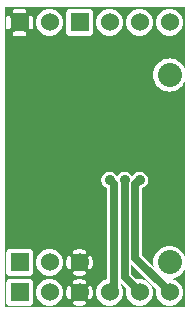
<source format=gbr>
G04 start of page 3 for group 1 idx 1 *
G04 Title: (unknown), signal (back) *
G04 Creator: pcb 20110918 *
G04 CreationDate: Wed Sep 11 23:18:10 2013 UTC *
G04 For: mokus *
G04 Format: Gerber/RS-274X *
G04 PCB-Dimensions: 60000 100000 *
G04 PCB-Coordinate-Origin: lower left *
%MOIN*%
%FSLAX25Y25*%
%LNBOTTOM*%
%ADD34C,0.0500*%
%ADD33C,0.0380*%
%ADD32C,0.0350*%
%ADD31C,0.0200*%
%ADD30C,0.0360*%
%ADD29C,0.0800*%
%ADD28C,0.0600*%
%ADD27C,0.0250*%
%ADD26C,0.0001*%
G54D26*G36*
X34993Y487D02*X35000Y486D01*
X35706Y542D01*
X36395Y707D01*
X37049Y978D01*
X37653Y1348D01*
X38192Y1808D01*
X38652Y2347D01*
X39022Y2951D01*
X39293Y3605D01*
X39458Y4294D01*
X39500Y5000D01*
X39458Y5706D01*
X39293Y6395D01*
X39022Y7049D01*
X38750Y7493D01*
Y8068D01*
X40652Y6166D01*
X40542Y5706D01*
X40486Y5000D01*
X40542Y4294D01*
X40707Y3605D01*
X40978Y2951D01*
X41348Y2347D01*
X41808Y1808D01*
X42347Y1348D01*
X42951Y978D01*
X43605Y707D01*
X44294Y542D01*
X45000Y486D01*
X45706Y542D01*
X46395Y707D01*
X47049Y978D01*
X47653Y1348D01*
X48192Y1808D01*
X48652Y2347D01*
X49022Y2951D01*
X49293Y3605D01*
X49458Y4294D01*
X49500Y5000D01*
X49458Y5706D01*
X49293Y6395D01*
X49022Y7049D01*
X48652Y7653D01*
X48192Y8192D01*
X47653Y8652D01*
X47049Y9022D01*
X46395Y9293D01*
X45706Y9458D01*
X45000Y9514D01*
X44294Y9458D01*
X43834Y9348D01*
X42250Y10932D01*
Y14568D01*
X50652Y6166D01*
X50542Y5706D01*
X50486Y5000D01*
X50542Y4294D01*
X50707Y3605D01*
X50978Y2951D01*
X51348Y2347D01*
X51808Y1808D01*
X52347Y1348D01*
X52951Y978D01*
X53605Y707D01*
X54294Y542D01*
X55000Y486D01*
X55706Y542D01*
X56395Y707D01*
X57049Y978D01*
X57653Y1348D01*
X58192Y1808D01*
X58652Y2347D01*
X59022Y2951D01*
X59293Y3605D01*
X59458Y4294D01*
X59500Y5000D01*
X59458Y5706D01*
X59293Y6395D01*
X59022Y7049D01*
X58652Y7653D01*
X58192Y8192D01*
X57653Y8652D01*
X57049Y9022D01*
X56395Y9293D01*
X55706Y9458D01*
X55196Y9498D01*
X55863Y9551D01*
X56705Y9753D01*
X57505Y10084D01*
X58243Y10537D01*
X58901Y11099D01*
X59463Y11757D01*
X59916Y12495D01*
X60000Y12699D01*
Y0D01*
X34993D01*
Y487D01*
G37*
G36*
X54993Y71984D02*X55000Y71983D01*
X55863Y72051D01*
X56705Y72253D01*
X57505Y72584D01*
X58243Y73037D01*
X58901Y73599D01*
X59463Y74257D01*
X59916Y74995D01*
X60000Y75199D01*
Y17301D01*
X59916Y17505D01*
X59463Y18243D01*
X58901Y18901D01*
X58243Y19463D01*
X57505Y19916D01*
X56705Y20247D01*
X55863Y20449D01*
X55000Y20517D01*
X54993Y20516D01*
Y71984D01*
G37*
G36*
Y100000D02*X60000D01*
Y79801D01*
X59916Y80005D01*
X59463Y80743D01*
X58901Y81401D01*
X58243Y81963D01*
X57505Y82416D01*
X56705Y82747D01*
X55863Y82949D01*
X55000Y83017D01*
X54993Y83016D01*
Y90487D01*
X55000Y90486D01*
X55706Y90542D01*
X56395Y90707D01*
X57049Y90978D01*
X57653Y91348D01*
X58192Y91808D01*
X58652Y92347D01*
X59022Y92951D01*
X59293Y93605D01*
X59458Y94294D01*
X59500Y95000D01*
X59458Y95706D01*
X59293Y96395D01*
X59022Y97049D01*
X58652Y97653D01*
X58192Y98192D01*
X57653Y98652D01*
X57049Y99022D01*
X56395Y99293D01*
X55706Y99458D01*
X55000Y99514D01*
X54993Y99513D01*
Y100000D01*
G37*
G36*
X49711Y13471D02*X45750Y17432D01*
Y39801D01*
X45868Y39829D01*
X46275Y39997D01*
X46651Y40228D01*
X46986Y40514D01*
X47272Y40849D01*
X47503Y41225D01*
X47671Y41632D01*
X47774Y42061D01*
X47800Y42500D01*
X47774Y42939D01*
X47671Y43368D01*
X47503Y43775D01*
X47272Y44151D01*
X46986Y44486D01*
X46651Y44772D01*
X46275Y45003D01*
X45868Y45171D01*
X45439Y45274D01*
X45000Y45309D01*
X44993Y45308D01*
Y90487D01*
X45000Y90486D01*
X45706Y90542D01*
X46395Y90707D01*
X47049Y90978D01*
X47653Y91348D01*
X48192Y91808D01*
X48652Y92347D01*
X49022Y92951D01*
X49293Y93605D01*
X49458Y94294D01*
X49500Y95000D01*
X49458Y95706D01*
X49293Y96395D01*
X49022Y97049D01*
X48652Y97653D01*
X48192Y98192D01*
X47653Y98652D01*
X47049Y99022D01*
X46395Y99293D01*
X45706Y99458D01*
X45000Y99514D01*
X44993Y99513D01*
Y100000D01*
X54993D01*
Y99513D01*
X54294Y99458D01*
X53605Y99293D01*
X52951Y99022D01*
X52347Y98652D01*
X51808Y98192D01*
X51348Y97653D01*
X50978Y97049D01*
X50707Y96395D01*
X50542Y95706D01*
X50486Y95000D01*
X50542Y94294D01*
X50707Y93605D01*
X50978Y92951D01*
X51348Y92347D01*
X51808Y91808D01*
X52347Y91348D01*
X52951Y90978D01*
X53605Y90707D01*
X54294Y90542D01*
X54993Y90487D01*
Y83016D01*
X54137Y82949D01*
X53295Y82747D01*
X52495Y82416D01*
X51757Y81963D01*
X51099Y81401D01*
X50537Y80743D01*
X50084Y80005D01*
X49753Y79205D01*
X49551Y78363D01*
X49483Y77500D01*
X49551Y76637D01*
X49753Y75795D01*
X50084Y74995D01*
X50537Y74257D01*
X51099Y73599D01*
X51757Y73037D01*
X52495Y72584D01*
X53295Y72253D01*
X54137Y72051D01*
X54993Y71984D01*
Y20516D01*
X54137Y20449D01*
X53295Y20247D01*
X52495Y19916D01*
X51757Y19463D01*
X51099Y18901D01*
X50537Y18243D01*
X50084Y17505D01*
X49753Y16705D01*
X49551Y15863D01*
X49483Y15000D01*
X49551Y14137D01*
X49711Y13471D01*
G37*
G36*
X44993Y45308D02*X44561Y45274D01*
X44132Y45171D01*
X43725Y45003D01*
X43349Y44772D01*
X43014Y44486D01*
X42728Y44151D01*
X42500Y43779D01*
X42272Y44151D01*
X41986Y44486D01*
X41651Y44772D01*
X41275Y45003D01*
X40868Y45171D01*
X40439Y45274D01*
X40000Y45309D01*
X39561Y45274D01*
X39132Y45171D01*
X38725Y45003D01*
X38349Y44772D01*
X38014Y44486D01*
X37728Y44151D01*
X37500Y43779D01*
X37272Y44151D01*
X36986Y44486D01*
X36651Y44772D01*
X36275Y45003D01*
X35868Y45171D01*
X35439Y45274D01*
X35000Y45309D01*
X34993Y45308D01*
Y90487D01*
X35000Y90486D01*
X35706Y90542D01*
X36395Y90707D01*
X37049Y90978D01*
X37653Y91348D01*
X38192Y91808D01*
X38652Y92347D01*
X39022Y92951D01*
X39293Y93605D01*
X39458Y94294D01*
X39500Y95000D01*
X39458Y95706D01*
X39293Y96395D01*
X39022Y97049D01*
X38652Y97653D01*
X38192Y98192D01*
X37653Y98652D01*
X37049Y99022D01*
X36395Y99293D01*
X35706Y99458D01*
X35000Y99514D01*
X34993Y99513D01*
Y100000D01*
X44993D01*
Y99513D01*
X44294Y99458D01*
X43605Y99293D01*
X42951Y99022D01*
X42347Y98652D01*
X41808Y98192D01*
X41348Y97653D01*
X40978Y97049D01*
X40707Y96395D01*
X40542Y95706D01*
X40486Y95000D01*
X40542Y94294D01*
X40707Y93605D01*
X40978Y92951D01*
X41348Y92347D01*
X41808Y91808D01*
X42347Y91348D01*
X42951Y90978D01*
X43605Y90707D01*
X44294Y90542D01*
X44993Y90487D01*
Y45308D01*
G37*
G36*
X34993D02*X34561Y45274D01*
X34132Y45171D01*
X33725Y45003D01*
X33349Y44772D01*
X33014Y44486D01*
X32728Y44151D01*
X32497Y43775D01*
X32329Y43368D01*
X32226Y42939D01*
X32191Y42500D01*
X32226Y42061D01*
X32329Y41632D01*
X32497Y41225D01*
X32728Y40849D01*
X33014Y40514D01*
X33349Y40228D01*
X33725Y39997D01*
X34132Y39829D01*
X34250Y39801D01*
Y9448D01*
X33605Y9293D01*
X32951Y9022D01*
X32347Y8652D01*
X31808Y8192D01*
X31348Y7653D01*
X30978Y7049D01*
X30707Y6395D01*
X30542Y5706D01*
X30486Y5000D01*
X30542Y4294D01*
X30707Y3605D01*
X30978Y2951D01*
X31348Y2347D01*
X31808Y1808D01*
X32347Y1348D01*
X32951Y978D01*
X33605Y707D01*
X34294Y542D01*
X34993Y487D01*
Y0D01*
X28613D01*
Y2853D01*
X28656Y2860D01*
X28768Y2897D01*
X28873Y2952D01*
X28968Y3022D01*
X29051Y3106D01*
X29119Y3202D01*
X29170Y3308D01*
X29318Y3716D01*
X29422Y4137D01*
X29484Y4567D01*
X29505Y5000D01*
X29484Y5433D01*
X29422Y5863D01*
X29318Y6284D01*
X29175Y6694D01*
X29122Y6800D01*
X29053Y6896D01*
X28970Y6981D01*
X28875Y7051D01*
X28769Y7106D01*
X28657Y7143D01*
X28613Y7151D01*
Y12853D01*
X28656Y12860D01*
X28768Y12897D01*
X28873Y12952D01*
X28968Y13022D01*
X29051Y13106D01*
X29119Y13202D01*
X29170Y13308D01*
X29318Y13716D01*
X29422Y14137D01*
X29484Y14567D01*
X29505Y15000D01*
X29484Y15433D01*
X29422Y15863D01*
X29318Y16284D01*
X29175Y16694D01*
X29122Y16800D01*
X29053Y16896D01*
X28970Y16981D01*
X28875Y17051D01*
X28769Y17106D01*
X28657Y17143D01*
X28613Y17151D01*
Y90630D01*
X28683Y90659D01*
X28884Y90783D01*
X29064Y90936D01*
X29217Y91116D01*
X29341Y91317D01*
X29431Y91535D01*
X29486Y91765D01*
X29500Y92000D01*
X29486Y98235D01*
X29431Y98465D01*
X29341Y98683D01*
X29217Y98884D01*
X29064Y99064D01*
X28884Y99217D01*
X28683Y99341D01*
X28613Y99370D01*
Y100000D01*
X34993D01*
Y99513D01*
X34294Y99458D01*
X33605Y99293D01*
X32951Y99022D01*
X32347Y98652D01*
X31808Y98192D01*
X31348Y97653D01*
X30978Y97049D01*
X30707Y96395D01*
X30542Y95706D01*
X30486Y95000D01*
X30542Y94294D01*
X30707Y93605D01*
X30978Y92951D01*
X31348Y92347D01*
X31808Y91808D01*
X32347Y91348D01*
X32951Y90978D01*
X33605Y90707D01*
X34294Y90542D01*
X34993Y90487D01*
Y45308D01*
G37*
G36*
X28613Y99370D02*X28465Y99431D01*
X28235Y99486D01*
X28000Y99500D01*
X25000Y99493D01*
Y100000D01*
X28613D01*
Y99370D01*
G37*
G36*
Y0D02*X25000D01*
Y495D01*
X25433Y516D01*
X25863Y578D01*
X26284Y682D01*
X26694Y825D01*
X26800Y878D01*
X26896Y947D01*
X26981Y1030D01*
X27051Y1125D01*
X27106Y1231D01*
X27143Y1343D01*
X27163Y1460D01*
X27164Y1579D01*
X27146Y1696D01*
X27110Y1809D01*
X27057Y1915D01*
X26988Y2012D01*
X26905Y2096D01*
X26809Y2167D01*
X26704Y2221D01*
X26592Y2259D01*
X26475Y2278D01*
X26356Y2279D01*
X26239Y2261D01*
X26126Y2223D01*
X25855Y2124D01*
X25575Y2056D01*
X25289Y2014D01*
X25000Y2000D01*
Y8000D01*
X25289Y7986D01*
X25575Y7944D01*
X25855Y7876D01*
X26128Y7780D01*
X26239Y7742D01*
X26356Y7725D01*
X26474Y7725D01*
X26591Y7745D01*
X26703Y7782D01*
X26807Y7836D01*
X26902Y7906D01*
X26985Y7991D01*
X27054Y8087D01*
X27107Y8192D01*
X27143Y8305D01*
X27160Y8421D01*
X27159Y8539D01*
X27140Y8656D01*
X27103Y8768D01*
X27048Y8873D01*
X26978Y8968D01*
X26894Y9051D01*
X26798Y9119D01*
X26692Y9170D01*
X26284Y9318D01*
X25863Y9422D01*
X25433Y9484D01*
X25000Y9505D01*
Y10495D01*
X25433Y10516D01*
X25863Y10578D01*
X26284Y10682D01*
X26694Y10825D01*
X26800Y10878D01*
X26896Y10947D01*
X26981Y11030D01*
X27051Y11125D01*
X27106Y11231D01*
X27143Y11343D01*
X27163Y11460D01*
X27164Y11579D01*
X27146Y11696D01*
X27110Y11809D01*
X27057Y11915D01*
X26988Y12012D01*
X26905Y12096D01*
X26809Y12167D01*
X26704Y12221D01*
X26592Y12259D01*
X26475Y12278D01*
X26356Y12279D01*
X26239Y12261D01*
X26126Y12223D01*
X25855Y12124D01*
X25575Y12056D01*
X25289Y12014D01*
X25000Y12000D01*
Y18000D01*
X25289Y17986D01*
X25575Y17944D01*
X25855Y17876D01*
X26128Y17780D01*
X26239Y17742D01*
X26356Y17725D01*
X26474Y17725D01*
X26591Y17745D01*
X26703Y17782D01*
X26807Y17836D01*
X26902Y17906D01*
X26985Y17991D01*
X27054Y18087D01*
X27107Y18192D01*
X27143Y18305D01*
X27160Y18421D01*
X27159Y18539D01*
X27140Y18656D01*
X27103Y18768D01*
X27048Y18873D01*
X26978Y18968D01*
X26894Y19051D01*
X26798Y19119D01*
X26692Y19170D01*
X26284Y19318D01*
X25863Y19422D01*
X25433Y19484D01*
X25000Y19505D01*
Y90507D01*
X28235Y90514D01*
X28465Y90569D01*
X28613Y90630D01*
Y17151D01*
X28540Y17163D01*
X28421Y17164D01*
X28304Y17146D01*
X28191Y17110D01*
X28085Y17057D01*
X27988Y16988D01*
X27904Y16905D01*
X27833Y16809D01*
X27779Y16704D01*
X27741Y16592D01*
X27722Y16475D01*
X27721Y16356D01*
X27739Y16239D01*
X27777Y16126D01*
X27876Y15855D01*
X27944Y15575D01*
X27986Y15289D01*
X28000Y15000D01*
X27986Y14711D01*
X27944Y14425D01*
X27876Y14145D01*
X27780Y13872D01*
X27742Y13761D01*
X27725Y13644D01*
X27725Y13526D01*
X27745Y13409D01*
X27782Y13297D01*
X27836Y13193D01*
X27906Y13098D01*
X27991Y13015D01*
X28087Y12946D01*
X28192Y12893D01*
X28305Y12857D01*
X28421Y12840D01*
X28539Y12841D01*
X28613Y12853D01*
Y7151D01*
X28540Y7163D01*
X28421Y7164D01*
X28304Y7146D01*
X28191Y7110D01*
X28085Y7057D01*
X27988Y6988D01*
X27904Y6905D01*
X27833Y6809D01*
X27779Y6704D01*
X27741Y6592D01*
X27722Y6475D01*
X27721Y6356D01*
X27739Y6239D01*
X27777Y6126D01*
X27876Y5855D01*
X27944Y5575D01*
X27986Y5289D01*
X28000Y5000D01*
X27986Y4711D01*
X27944Y4425D01*
X27876Y4145D01*
X27780Y3872D01*
X27742Y3761D01*
X27725Y3644D01*
X27725Y3526D01*
X27745Y3409D01*
X27782Y3297D01*
X27836Y3193D01*
X27906Y3098D01*
X27991Y3015D01*
X28087Y2946D01*
X28192Y2893D01*
X28305Y2857D01*
X28421Y2840D01*
X28539Y2841D01*
X28613Y2853D01*
Y0D01*
G37*
G36*
X21387Y100000D02*X25000D01*
Y99493D01*
X21765Y99486D01*
X21535Y99431D01*
X21387Y99370D01*
Y100000D01*
G37*
G36*
X25000Y0D02*X21387D01*
Y2849D01*
X21460Y2837D01*
X21579Y2836D01*
X21696Y2854D01*
X21809Y2890D01*
X21915Y2943D01*
X22012Y3012D01*
X22096Y3095D01*
X22167Y3191D01*
X22221Y3296D01*
X22259Y3408D01*
X22278Y3525D01*
X22279Y3644D01*
X22261Y3761D01*
X22223Y3874D01*
X22124Y4145D01*
X22056Y4425D01*
X22014Y4711D01*
X22000Y5000D01*
X22014Y5289D01*
X22056Y5575D01*
X22124Y5855D01*
X22220Y6128D01*
X22258Y6239D01*
X22275Y6356D01*
X22275Y6474D01*
X22255Y6591D01*
X22218Y6703D01*
X22164Y6807D01*
X22094Y6902D01*
X22009Y6985D01*
X21913Y7054D01*
X21808Y7107D01*
X21695Y7143D01*
X21579Y7160D01*
X21461Y7159D01*
X21387Y7147D01*
Y12849D01*
X21460Y12837D01*
X21579Y12836D01*
X21696Y12854D01*
X21809Y12890D01*
X21915Y12943D01*
X22012Y13012D01*
X22096Y13095D01*
X22167Y13191D01*
X22221Y13296D01*
X22259Y13408D01*
X22278Y13525D01*
X22279Y13644D01*
X22261Y13761D01*
X22223Y13874D01*
X22124Y14145D01*
X22056Y14425D01*
X22014Y14711D01*
X22000Y15000D01*
X22014Y15289D01*
X22056Y15575D01*
X22124Y15855D01*
X22220Y16128D01*
X22258Y16239D01*
X22275Y16356D01*
X22275Y16474D01*
X22255Y16591D01*
X22218Y16703D01*
X22164Y16807D01*
X22094Y16902D01*
X22009Y16985D01*
X21913Y17054D01*
X21808Y17107D01*
X21695Y17143D01*
X21579Y17160D01*
X21461Y17159D01*
X21387Y17147D01*
Y90630D01*
X21535Y90569D01*
X21765Y90514D01*
X22000Y90500D01*
X25000Y90507D01*
Y19505D01*
X24567Y19484D01*
X24137Y19422D01*
X23716Y19318D01*
X23306Y19175D01*
X23200Y19122D01*
X23104Y19053D01*
X23019Y18970D01*
X22949Y18875D01*
X22894Y18769D01*
X22857Y18657D01*
X22837Y18540D01*
X22836Y18421D01*
X22854Y18304D01*
X22890Y18191D01*
X22943Y18085D01*
X23012Y17988D01*
X23095Y17904D01*
X23191Y17833D01*
X23296Y17779D01*
X23408Y17741D01*
X23525Y17722D01*
X23644Y17721D01*
X23761Y17739D01*
X23874Y17777D01*
X24145Y17876D01*
X24425Y17944D01*
X24711Y17986D01*
X25000Y18000D01*
Y12000D01*
X24711Y12014D01*
X24425Y12056D01*
X24145Y12124D01*
X23872Y12220D01*
X23761Y12258D01*
X23644Y12275D01*
X23526Y12275D01*
X23409Y12255D01*
X23297Y12218D01*
X23193Y12164D01*
X23098Y12094D01*
X23015Y12009D01*
X22946Y11913D01*
X22893Y11808D01*
X22857Y11695D01*
X22840Y11579D01*
X22841Y11461D01*
X22860Y11344D01*
X22897Y11232D01*
X22952Y11127D01*
X23022Y11032D01*
X23106Y10949D01*
X23202Y10881D01*
X23308Y10830D01*
X23716Y10682D01*
X24137Y10578D01*
X24567Y10516D01*
X25000Y10495D01*
Y9505D01*
X24567Y9484D01*
X24137Y9422D01*
X23716Y9318D01*
X23306Y9175D01*
X23200Y9122D01*
X23104Y9053D01*
X23019Y8970D01*
X22949Y8875D01*
X22894Y8769D01*
X22857Y8657D01*
X22837Y8540D01*
X22836Y8421D01*
X22854Y8304D01*
X22890Y8191D01*
X22943Y8085D01*
X23012Y7988D01*
X23095Y7904D01*
X23191Y7833D01*
X23296Y7779D01*
X23408Y7741D01*
X23525Y7722D01*
X23644Y7721D01*
X23761Y7739D01*
X23874Y7777D01*
X24145Y7876D01*
X24425Y7944D01*
X24711Y7986D01*
X25000Y8000D01*
Y2000D01*
X24711Y2014D01*
X24425Y2056D01*
X24145Y2124D01*
X23872Y2220D01*
X23761Y2258D01*
X23644Y2275D01*
X23526Y2275D01*
X23409Y2255D01*
X23297Y2218D01*
X23193Y2164D01*
X23098Y2094D01*
X23015Y2009D01*
X22946Y1913D01*
X22893Y1808D01*
X22857Y1695D01*
X22840Y1579D01*
X22841Y1461D01*
X22860Y1344D01*
X22897Y1232D01*
X22952Y1127D01*
X23022Y1032D01*
X23106Y949D01*
X23202Y881D01*
X23308Y830D01*
X23716Y682D01*
X24137Y578D01*
X24567Y516D01*
X25000Y495D01*
Y0D01*
G37*
G36*
X21387D02*X14993D01*
Y487D01*
X15000Y486D01*
X15706Y542D01*
X16395Y707D01*
X17049Y978D01*
X17653Y1348D01*
X18192Y1808D01*
X18652Y2347D01*
X19022Y2951D01*
X19293Y3605D01*
X19458Y4294D01*
X19500Y5000D01*
X19458Y5706D01*
X19293Y6395D01*
X19022Y7049D01*
X18652Y7653D01*
X18192Y8192D01*
X17653Y8652D01*
X17049Y9022D01*
X16395Y9293D01*
X15706Y9458D01*
X15000Y9514D01*
X14993Y9513D01*
Y10487D01*
X15000Y10486D01*
X15706Y10542D01*
X16395Y10707D01*
X17049Y10978D01*
X17653Y11348D01*
X18192Y11808D01*
X18652Y12347D01*
X19022Y12951D01*
X19293Y13605D01*
X19458Y14294D01*
X19500Y15000D01*
X19458Y15706D01*
X19293Y16395D01*
X19022Y17049D01*
X18652Y17653D01*
X18192Y18192D01*
X17653Y18652D01*
X17049Y19022D01*
X16395Y19293D01*
X15706Y19458D01*
X15000Y19514D01*
X14993Y19513D01*
Y90487D01*
X15000Y90486D01*
X15706Y90542D01*
X16395Y90707D01*
X17049Y90978D01*
X17653Y91348D01*
X18192Y91808D01*
X18652Y92347D01*
X19022Y92951D01*
X19293Y93605D01*
X19458Y94294D01*
X19500Y95000D01*
X19458Y95706D01*
X19293Y96395D01*
X19022Y97049D01*
X18652Y97653D01*
X18192Y98192D01*
X17653Y98652D01*
X17049Y99022D01*
X16395Y99293D01*
X15706Y99458D01*
X15000Y99514D01*
X14993Y99513D01*
Y100000D01*
X21387D01*
Y99370D01*
X21317Y99341D01*
X21116Y99217D01*
X20936Y99064D01*
X20783Y98884D01*
X20659Y98683D01*
X20569Y98465D01*
X20514Y98235D01*
X20500Y98000D01*
X20514Y91765D01*
X20569Y91535D01*
X20659Y91317D01*
X20783Y91116D01*
X20936Y90936D01*
X21116Y90783D01*
X21317Y90659D01*
X21387Y90630D01*
Y17147D01*
X21344Y17140D01*
X21232Y17103D01*
X21127Y17048D01*
X21032Y16978D01*
X20949Y16894D01*
X20881Y16798D01*
X20830Y16692D01*
X20682Y16284D01*
X20578Y15863D01*
X20516Y15433D01*
X20495Y15000D01*
X20516Y14567D01*
X20578Y14137D01*
X20682Y13716D01*
X20825Y13306D01*
X20878Y13200D01*
X20947Y13104D01*
X21030Y13019D01*
X21125Y12949D01*
X21231Y12894D01*
X21343Y12857D01*
X21387Y12849D01*
Y7147D01*
X21344Y7140D01*
X21232Y7103D01*
X21127Y7048D01*
X21032Y6978D01*
X20949Y6894D01*
X20881Y6798D01*
X20830Y6692D01*
X20682Y6284D01*
X20578Y5863D01*
X20516Y5433D01*
X20495Y5000D01*
X20516Y4567D01*
X20578Y4137D01*
X20682Y3716D01*
X20825Y3306D01*
X20878Y3200D01*
X20947Y3104D01*
X21030Y3019D01*
X21125Y2949D01*
X21231Y2894D01*
X21343Y2857D01*
X21387Y2849D01*
Y0D01*
G37*
G36*
X14993D02*X8750D01*
Y700D01*
X8884Y783D01*
X9064Y936D01*
X9217Y1116D01*
X9341Y1317D01*
X9431Y1535D01*
X9486Y1765D01*
X9500Y2000D01*
X9486Y8235D01*
X9431Y8465D01*
X9341Y8683D01*
X9217Y8884D01*
X9064Y9064D01*
X8884Y9217D01*
X8750Y9300D01*
Y10700D01*
X8884Y10783D01*
X9064Y10936D01*
X9217Y11116D01*
X9341Y11317D01*
X9431Y11535D01*
X9486Y11765D01*
X9500Y12000D01*
X9486Y18235D01*
X9431Y18465D01*
X9341Y18683D01*
X9217Y18884D01*
X9064Y19064D01*
X8884Y19217D01*
X8750Y19300D01*
Y92748D01*
X8868Y92757D01*
X8982Y92785D01*
X9092Y92830D01*
X9192Y92891D01*
X9282Y92968D01*
X9359Y93058D01*
X9420Y93158D01*
X9465Y93268D01*
X9493Y93382D01*
X9500Y93500D01*
Y96500D01*
X9493Y96618D01*
X9465Y96732D01*
X9420Y96842D01*
X9359Y96942D01*
X9282Y97032D01*
X9192Y97109D01*
X9092Y97170D01*
X8982Y97215D01*
X8868Y97243D01*
X8750Y97252D01*
Y100000D01*
X14993D01*
Y99513D01*
X14294Y99458D01*
X13605Y99293D01*
X12951Y99022D01*
X12347Y98652D01*
X11808Y98192D01*
X11348Y97653D01*
X10978Y97049D01*
X10707Y96395D01*
X10542Y95706D01*
X10486Y95000D01*
X10542Y94294D01*
X10707Y93605D01*
X10978Y92951D01*
X11348Y92347D01*
X11808Y91808D01*
X12347Y91348D01*
X12951Y90978D01*
X13605Y90707D01*
X14294Y90542D01*
X14993Y90487D01*
Y19513D01*
X14294Y19458D01*
X13605Y19293D01*
X12951Y19022D01*
X12347Y18652D01*
X11808Y18192D01*
X11348Y17653D01*
X10978Y17049D01*
X10707Y16395D01*
X10542Y15706D01*
X10486Y15000D01*
X10542Y14294D01*
X10707Y13605D01*
X10978Y12951D01*
X11348Y12347D01*
X11808Y11808D01*
X12347Y11348D01*
X12951Y10978D01*
X13605Y10707D01*
X14294Y10542D01*
X14993Y10487D01*
Y9513D01*
X14294Y9458D01*
X13605Y9293D01*
X12951Y9022D01*
X12347Y8652D01*
X11808Y8192D01*
X11348Y7653D01*
X10978Y7049D01*
X10707Y6395D01*
X10542Y5706D01*
X10486Y5000D01*
X10542Y4294D01*
X10707Y3605D01*
X10978Y2951D01*
X11348Y2347D01*
X11808Y1808D01*
X12347Y1348D01*
X12951Y978D01*
X13605Y707D01*
X14294Y542D01*
X14993Y487D01*
Y0D01*
G37*
G36*
X8750Y19300D02*X8683Y19341D01*
X8465Y19431D01*
X8235Y19486D01*
X8000Y19500D01*
X5000Y19493D01*
Y90500D01*
X6500D01*
X6618Y90507D01*
X6732Y90535D01*
X6842Y90580D01*
X6942Y90641D01*
X7032Y90718D01*
X7109Y90808D01*
X7170Y90908D01*
X7215Y91018D01*
X7243Y91132D01*
X7252Y91250D01*
X7243Y91368D01*
X7215Y91482D01*
X7170Y91592D01*
X7109Y91692D01*
X7032Y91782D01*
X6942Y91859D01*
X6842Y91920D01*
X6732Y91965D01*
X6618Y91993D01*
X6500Y92000D01*
X5000D01*
Y98000D01*
X6500D01*
X6618Y98007D01*
X6732Y98035D01*
X6842Y98080D01*
X6942Y98141D01*
X7032Y98218D01*
X7109Y98308D01*
X7170Y98408D01*
X7215Y98518D01*
X7243Y98632D01*
X7252Y98750D01*
X7243Y98868D01*
X7215Y98982D01*
X7170Y99092D01*
X7109Y99192D01*
X7032Y99282D01*
X6942Y99359D01*
X6842Y99420D01*
X6732Y99465D01*
X6618Y99493D01*
X6500Y99500D01*
X5000D01*
Y100000D01*
X8750D01*
Y97252D01*
X8632Y97243D01*
X8518Y97215D01*
X8408Y97170D01*
X8308Y97109D01*
X8218Y97032D01*
X8141Y96942D01*
X8080Y96842D01*
X8035Y96732D01*
X8007Y96618D01*
X8000Y96500D01*
Y93500D01*
X8007Y93382D01*
X8035Y93268D01*
X8080Y93158D01*
X8141Y93058D01*
X8218Y92968D01*
X8308Y92891D01*
X8408Y92830D01*
X8518Y92785D01*
X8632Y92757D01*
X8750Y92748D01*
Y19300D01*
G37*
G36*
Y9300D02*X8683Y9341D01*
X8465Y9431D01*
X8235Y9486D01*
X8000Y9500D01*
X5000Y9493D01*
Y10507D01*
X8235Y10514D01*
X8465Y10569D01*
X8683Y10659D01*
X8750Y10700D01*
Y9300D01*
G37*
G36*
Y0D02*X5000D01*
Y507D01*
X8235Y514D01*
X8465Y569D01*
X8683Y659D01*
X8750Y700D01*
Y0D01*
G37*
G36*
X1250Y10700D02*X1317Y10659D01*
X1535Y10569D01*
X1765Y10514D01*
X2000Y10500D01*
X5000Y10507D01*
Y9493D01*
X1765Y9486D01*
X1535Y9431D01*
X1317Y9341D01*
X1250Y9300D01*
Y10700D01*
G37*
G36*
Y100000D02*X5000D01*
Y99500D01*
X3500D01*
X3382Y99493D01*
X3268Y99465D01*
X3158Y99420D01*
X3058Y99359D01*
X2968Y99282D01*
X2891Y99192D01*
X2830Y99092D01*
X2785Y98982D01*
X2757Y98868D01*
X2748Y98750D01*
X2757Y98632D01*
X2785Y98518D01*
X2830Y98408D01*
X2891Y98308D01*
X2968Y98218D01*
X3058Y98141D01*
X3158Y98080D01*
X3268Y98035D01*
X3382Y98007D01*
X3500Y98000D01*
X5000D01*
Y92000D01*
X3500D01*
X3382Y91993D01*
X3268Y91965D01*
X3158Y91920D01*
X3058Y91859D01*
X2968Y91782D01*
X2891Y91692D01*
X2830Y91592D01*
X2785Y91482D01*
X2757Y91368D01*
X2748Y91250D01*
X2757Y91132D01*
X2785Y91018D01*
X2830Y90908D01*
X2891Y90808D01*
X2968Y90718D01*
X3058Y90641D01*
X3158Y90580D01*
X3268Y90535D01*
X3382Y90507D01*
X3500Y90500D01*
X5000D01*
Y19493D01*
X1765Y19486D01*
X1535Y19431D01*
X1317Y19341D01*
X1250Y19300D01*
Y92748D01*
X1368Y92757D01*
X1482Y92785D01*
X1592Y92830D01*
X1692Y92891D01*
X1782Y92968D01*
X1859Y93058D01*
X1920Y93158D01*
X1965Y93268D01*
X1993Y93382D01*
X2000Y93500D01*
Y96500D01*
X1993Y96618D01*
X1965Y96732D01*
X1920Y96842D01*
X1859Y96942D01*
X1782Y97032D01*
X1692Y97109D01*
X1592Y97170D01*
X1482Y97215D01*
X1368Y97243D01*
X1250Y97252D01*
Y100000D01*
G37*
G36*
X5000Y0D02*X1250D01*
Y700D01*
X1317Y659D01*
X1535Y569D01*
X1765Y514D01*
X2000Y500D01*
X5000Y507D01*
Y0D01*
G37*
G36*
X1250D02*X0D01*
Y100000D01*
X1250D01*
Y97252D01*
X1132Y97243D01*
X1018Y97215D01*
X908Y97170D01*
X808Y97109D01*
X718Y97032D01*
X641Y96942D01*
X580Y96842D01*
X535Y96732D01*
X507Y96618D01*
X500Y96500D01*
Y93500D01*
X507Y93382D01*
X535Y93268D01*
X580Y93158D01*
X641Y93058D01*
X718Y92968D01*
X808Y92891D01*
X908Y92830D01*
X1018Y92785D01*
X1132Y92757D01*
X1250Y92748D01*
Y19300D01*
X1116Y19217D01*
X936Y19064D01*
X783Y18884D01*
X659Y18683D01*
X569Y18465D01*
X514Y18235D01*
X500Y18000D01*
X514Y11765D01*
X569Y11535D01*
X659Y11317D01*
X783Y11116D01*
X936Y10936D01*
X1116Y10783D01*
X1250Y10700D01*
Y9300D01*
X1116Y9217D01*
X936Y9064D01*
X783Y8884D01*
X659Y8683D01*
X569Y8465D01*
X514Y8235D01*
X500Y8000D01*
X514Y1765D01*
X569Y1535D01*
X659Y1317D01*
X783Y1116D01*
X936Y936D01*
X1116Y783D01*
X1250Y700D01*
Y0D01*
G37*
G54D27*X40000Y10000D02*X45000Y5000D01*
X35000D02*X36500Y6500D01*
X55000Y5000D02*X43500Y16500D01*
X40000Y42500D02*Y10000D01*
X36500Y6500D02*Y41000D01*
X35000Y42500D01*
X43500Y16500D02*Y41000D01*
X45000Y42500D01*
G54D26*G36*
X22000Y98000D02*Y92000D01*
X28000D01*
Y98000D01*
X22000D01*
G37*
G54D28*X35000Y95000D03*
X45000D03*
X55000D03*
G54D29*Y77500D03*
G54D26*G36*
X2000Y18000D02*Y12000D01*
X8000D01*
Y18000D01*
X2000D01*
G37*
G54D28*X15000Y15000D03*
X25000D03*
G54D29*X55000D03*
G54D26*G36*
X2000Y98000D02*Y92000D01*
X8000D01*
Y98000D01*
X2000D01*
G37*
G54D28*X15000Y95000D03*
G54D26*G36*
X2000Y8000D02*Y2000D01*
X8000D01*
Y8000D01*
X2000D01*
G37*
G54D28*X15000Y5000D03*
X25000D03*
X35000D03*
X45000D03*
X55000D03*
G54D30*X40000Y42500D03*
X35000D03*
G54D28*X55000Y57500D03*
X35000Y67500D03*
G54D30*X45000Y42500D03*
G54D31*G54D32*G54D31*G54D33*G54D34*G54D33*G54D34*G54D33*M02*

</source>
